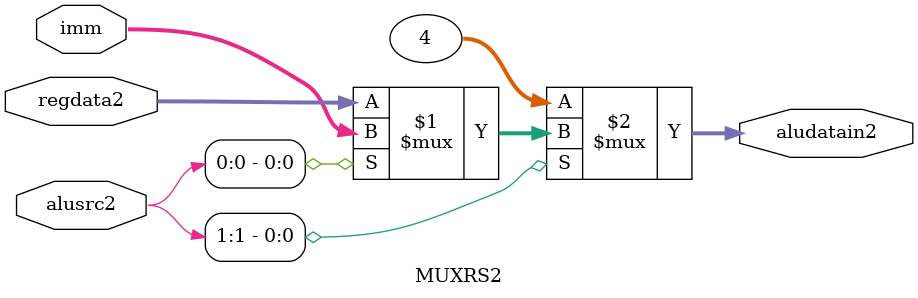
<source format=v>

module MUXRS1(
    input [31:0] regdata1,
    input [31:0] pc,
    input [1:0] alusrc1,

    output [31:0] aludatain1
);
    assign aludatain1 = (alusrc1[1] ? (alusrc1[0] ? pc : regdata1): 32'b0);
endmodule

module MUXRS2(
    input [31:0] regdata2,
    input [31:0] imm,
    input [1:0] alusrc2,

    output [31:0] aludatain2
);
    assign aludatain2 = (alusrc2[1] ? (alusrc2[0] ? imm : regdata2): {29'b0, 3'b100});
endmodule
</source>
